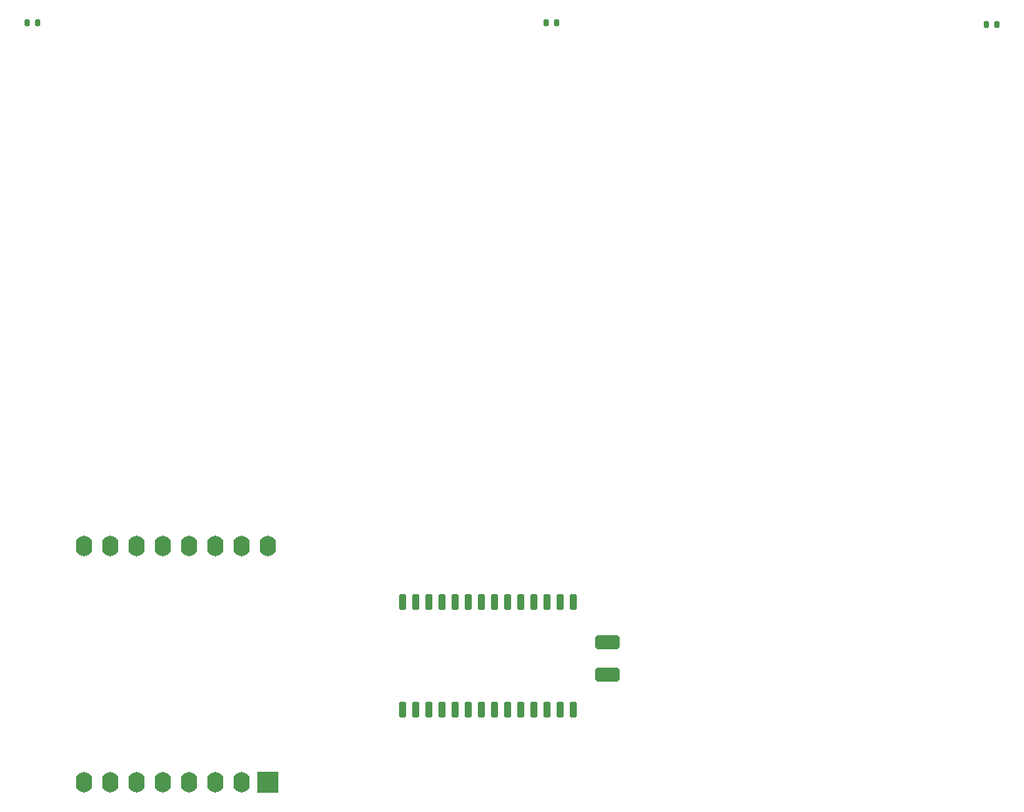
<source format=gbr>
%TF.GenerationSoftware,KiCad,Pcbnew,7.0.10-7.0.10~ubuntu22.04.1*%
%TF.CreationDate,2025-06-15T10:20:50+07:00*%
%TF.ProjectId,servermon,73657276-6572-46d6-9f6e-2e6b69636164,rev?*%
%TF.SameCoordinates,Original*%
%TF.FileFunction,Paste,Bot*%
%TF.FilePolarity,Positive*%
%FSLAX46Y46*%
G04 Gerber Fmt 4.6, Leading zero omitted, Abs format (unit mm)*
G04 Created by KiCad (PCBNEW 7.0.10-7.0.10~ubuntu22.04.1) date 2025-06-15 10:20:50*
%MOMM*%
%LPD*%
G01*
G04 APERTURE LIST*
G04 Aperture macros list*
%AMRoundRect*
0 Rectangle with rounded corners*
0 $1 Rounding radius*
0 $2 $3 $4 $5 $6 $7 $8 $9 X,Y pos of 4 corners*
0 Add a 4 corners polygon primitive as box body*
4,1,4,$2,$3,$4,$5,$6,$7,$8,$9,$2,$3,0*
0 Add four circle primitives for the rounded corners*
1,1,$1+$1,$2,$3*
1,1,$1+$1,$4,$5*
1,1,$1+$1,$6,$7*
1,1,$1+$1,$8,$9*
0 Add four rect primitives between the rounded corners*
20,1,$1+$1,$2,$3,$4,$5,0*
20,1,$1+$1,$4,$5,$6,$7,0*
20,1,$1+$1,$6,$7,$8,$9,0*
20,1,$1+$1,$8,$9,$2,$3,0*%
G04 Aperture macros list end*
%ADD10R,2.000000X2.000000*%
%ADD11O,1.600000X2.000000*%
%ADD12RoundRect,0.250000X0.925000X-0.412500X0.925000X0.412500X-0.925000X0.412500X-0.925000X-0.412500X0*%
%ADD13RoundRect,0.135000X-0.135000X-0.185000X0.135000X-0.185000X0.135000X0.185000X-0.135000X0.185000X0*%
%ADD14RoundRect,0.135000X0.135000X0.185000X-0.135000X0.185000X-0.135000X-0.185000X0.135000X-0.185000X0*%
%ADD15RoundRect,0.150000X-0.150000X0.650000X-0.150000X-0.650000X0.150000X-0.650000X0.150000X0.650000X0*%
G04 APERTURE END LIST*
D10*
%TO.C,U2*%
X105918000Y-148082000D03*
D11*
X103378000Y-148082000D03*
X100838000Y-148082000D03*
X98298000Y-148082000D03*
X95758000Y-148082000D03*
X93218000Y-148082000D03*
X90678000Y-148082000D03*
X88138000Y-148082000D03*
X88138000Y-125222000D03*
X90678000Y-125222000D03*
X93218000Y-125222000D03*
X95758000Y-125222000D03*
X98298000Y-125222000D03*
X100838000Y-125222000D03*
X103378000Y-125222000D03*
X105918000Y-125222000D03*
%TD*%
D12*
%TO.C,C2*%
X138785600Y-137630700D03*
X138785600Y-134555700D03*
%TD*%
D13*
%TO.C,R3*%
X132840000Y-74625200D03*
X133860000Y-74625200D03*
%TD*%
D14*
%TO.C,R5*%
X83669600Y-74574400D03*
X82649600Y-74574400D03*
%TD*%
D15*
%TO.C,U1*%
X118973600Y-130606800D03*
X120243600Y-130606800D03*
X121513600Y-130606800D03*
X122783600Y-130606800D03*
X124053600Y-130606800D03*
X125323600Y-130606800D03*
X126593600Y-130606800D03*
X127863600Y-130606800D03*
X129133600Y-130606800D03*
X130403600Y-130606800D03*
X131673600Y-130606800D03*
X132943600Y-130606800D03*
X134213600Y-130606800D03*
X135483600Y-130606800D03*
X135483600Y-141056800D03*
X134213600Y-141056800D03*
X132943600Y-141056800D03*
X131673600Y-141056800D03*
X130403600Y-141056800D03*
X129133600Y-141056800D03*
X127863600Y-141056800D03*
X126593600Y-141056800D03*
X125323600Y-141056800D03*
X124053600Y-141056800D03*
X122783600Y-141056800D03*
X121513600Y-141056800D03*
X120243600Y-141056800D03*
X118973600Y-141056800D03*
%TD*%
D13*
%TO.C,R4*%
X175461200Y-74726800D03*
X176481200Y-74726800D03*
%TD*%
M02*

</source>
